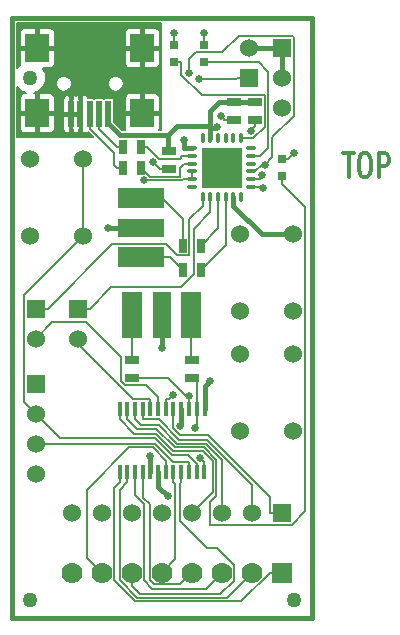
<source format=gtl>
G04 (created by PCBNEW-RS274X (2012-01-19 BZR 3256)-stable) date 9/17/2012 8:45:25 AM*
G01*
G70*
G90*
%MOIN*%
G04 Gerber Fmt 3.4, Leading zero omitted, Abs format*
%FSLAX34Y34*%
G04 APERTURE LIST*
%ADD10C,0.006000*%
%ADD11C,0.012000*%
%ADD12C,0.015000*%
%ADD13R,0.137800X0.137800*%
%ADD14O,0.039400X0.011800*%
%ADD15O,0.011800X0.039400*%
%ADD16R,0.079000X0.098000*%
%ADD17R,0.020000X0.091000*%
%ADD18C,0.060000*%
%ADD19R,0.016000X0.050000*%
%ADD20R,0.045000X0.025000*%
%ADD21R,0.025000X0.045000*%
%ADD22R,0.031400X0.031400*%
%ADD23R,0.060000X0.060000*%
%ADD24R,0.066900X0.157500*%
%ADD25R,0.059100X0.157500*%
%ADD26R,0.157500X0.066900*%
%ADD27R,0.157500X0.059100*%
%ADD28C,0.050000*%
%ADD29C,0.070000*%
%ADD30R,0.070000X0.070000*%
%ADD31C,0.025000*%
G04 APERTURE END LIST*
G54D10*
G54D11*
X71057Y-34524D02*
X71400Y-34524D01*
X71229Y-35324D02*
X71229Y-34524D01*
X71714Y-34524D02*
X71828Y-34524D01*
X71886Y-34562D01*
X71943Y-34638D01*
X71971Y-34790D01*
X71971Y-35057D01*
X71943Y-35210D01*
X71886Y-35286D01*
X71828Y-35324D01*
X71714Y-35324D01*
X71657Y-35286D01*
X71600Y-35210D01*
X71571Y-35057D01*
X71571Y-34790D01*
X71600Y-34638D01*
X71657Y-34562D01*
X71714Y-34524D01*
X72229Y-35324D02*
X72229Y-34524D01*
X72457Y-34524D01*
X72515Y-34562D01*
X72543Y-34600D01*
X72572Y-34676D01*
X72572Y-34790D01*
X72543Y-34867D01*
X72515Y-34905D01*
X72457Y-34943D01*
X72229Y-34943D01*
G54D12*
X60000Y-50000D02*
X70000Y-50000D01*
X60000Y-30000D02*
X60000Y-50000D01*
X70000Y-30000D02*
X60000Y-30000D01*
X70000Y-30000D02*
X70000Y-50000D01*
G54D13*
X67000Y-35000D03*
G54D14*
X67986Y-35640D03*
X67984Y-35384D03*
X67984Y-35128D03*
X67984Y-34872D03*
X67984Y-34616D03*
X67984Y-34360D03*
G54D15*
X67640Y-34016D03*
X67384Y-34016D03*
X67128Y-34016D03*
X66872Y-34016D03*
X66616Y-34016D03*
X66360Y-34016D03*
G54D14*
X66016Y-34360D03*
X66016Y-34616D03*
X66016Y-34872D03*
X66016Y-35128D03*
X66016Y-35384D03*
X66016Y-35640D03*
G54D15*
X66360Y-35984D03*
X66616Y-35984D03*
X66872Y-35984D03*
X67128Y-35984D03*
X67384Y-35984D03*
X67640Y-35984D03*
G54D16*
X64350Y-31020D03*
X60850Y-31020D03*
X60850Y-33190D03*
G54D17*
X63220Y-33225D03*
X61980Y-33225D03*
X62290Y-33225D03*
X62910Y-33225D03*
X62600Y-33225D03*
G54D16*
X64350Y-33190D03*
G54D18*
X67615Y-39780D03*
X67615Y-37220D03*
X69385Y-39780D03*
X69385Y-37220D03*
X62385Y-34720D03*
X62385Y-37280D03*
X60615Y-34720D03*
X60615Y-37280D03*
X67615Y-43780D03*
X67615Y-41220D03*
X69385Y-43780D03*
X69385Y-41220D03*
G54D19*
X63600Y-45150D03*
X63850Y-45150D03*
X64110Y-45150D03*
X64370Y-45150D03*
X64620Y-45150D03*
X64880Y-45150D03*
X65140Y-45150D03*
X65390Y-45150D03*
X65650Y-45150D03*
X65900Y-45150D03*
X66160Y-45150D03*
X66420Y-45150D03*
X66430Y-43050D03*
X66160Y-43050D03*
X65900Y-43050D03*
X65650Y-43050D03*
X65390Y-43050D03*
X65140Y-43050D03*
X64880Y-43050D03*
X64620Y-43050D03*
X64370Y-43050D03*
X64110Y-43050D03*
X63850Y-43050D03*
X63600Y-43050D03*
G54D20*
X68100Y-33400D03*
X68100Y-32800D03*
X67400Y-33400D03*
X67400Y-32800D03*
X65250Y-35050D03*
X65250Y-34450D03*
G54D21*
X65700Y-37600D03*
X66300Y-37600D03*
X65700Y-38400D03*
X66300Y-38400D03*
X63700Y-35000D03*
X64300Y-35000D03*
X63700Y-34300D03*
X64300Y-34300D03*
G54D20*
X64000Y-41400D03*
X64000Y-42000D03*
X66000Y-41400D03*
X66000Y-42000D03*
G54D22*
X69000Y-35295D03*
X69000Y-34705D03*
X65400Y-31495D03*
X65400Y-30905D03*
X66400Y-31495D03*
X66400Y-30905D03*
G54D18*
X63000Y-46500D03*
X64000Y-46500D03*
X62000Y-46500D03*
X65000Y-46500D03*
X66000Y-46500D03*
G54D23*
X69000Y-46500D03*
G54D18*
X68000Y-46500D03*
X67000Y-46500D03*
G54D23*
X69000Y-31000D03*
G54D18*
X69000Y-32000D03*
X69000Y-33000D03*
G54D23*
X62200Y-39700D03*
G54D18*
X62200Y-40700D03*
G54D23*
X60800Y-39700D03*
G54D18*
X60800Y-40700D03*
G54D23*
X67900Y-32000D03*
G54D18*
X67900Y-31000D03*
G54D24*
X65984Y-39900D03*
G54D25*
X65000Y-39900D03*
G54D24*
X64016Y-39900D03*
G54D26*
X64300Y-36016D03*
G54D27*
X64300Y-37000D03*
G54D26*
X64300Y-37984D03*
G54D18*
X60800Y-45200D03*
G54D23*
X60800Y-42200D03*
G54D18*
X60800Y-43200D03*
X60800Y-44200D03*
G54D28*
X60600Y-49400D03*
X60600Y-32000D03*
X69400Y-49400D03*
G54D29*
X63000Y-48500D03*
X64000Y-48500D03*
X62000Y-48500D03*
X65000Y-48500D03*
X66000Y-48500D03*
G54D30*
X69000Y-48500D03*
G54D29*
X68000Y-48500D03*
X67000Y-48500D03*
G54D31*
X66835Y-33631D03*
X65000Y-41000D03*
X65200Y-45950D03*
X63200Y-37000D03*
X66600Y-42100D03*
X62500Y-31500D03*
X62000Y-31000D03*
X64500Y-32000D03*
X62500Y-30500D03*
X63000Y-31000D03*
X65726Y-34095D03*
X64300Y-36100D03*
X64100Y-39900D03*
X65900Y-39900D03*
X66286Y-44687D03*
X69400Y-34500D03*
X68430Y-34897D03*
X65911Y-31852D03*
X64702Y-34819D03*
X68379Y-35679D03*
X67967Y-33764D03*
X65370Y-42591D03*
X65400Y-30500D03*
X66400Y-30500D03*
X64300Y-37900D03*
X64414Y-35425D03*
X66224Y-32041D03*
X66983Y-33290D03*
X68347Y-35255D03*
X65600Y-43600D03*
X64600Y-44600D03*
X66108Y-43690D03*
X65900Y-42612D03*
G54D12*
X66600Y-33100D02*
X66900Y-32800D01*
X66900Y-32800D02*
X67400Y-32800D01*
X65200Y-34400D02*
X65250Y-34450D01*
X63220Y-33520D02*
X63600Y-33900D01*
X66600Y-34000D02*
X66616Y-34016D01*
X65500Y-33600D02*
X66600Y-33600D01*
X66600Y-33680D02*
X66600Y-34000D01*
X66600Y-33680D02*
X66786Y-33680D01*
X63600Y-33900D02*
X65200Y-33900D01*
X65200Y-33900D02*
X65500Y-33600D01*
X65200Y-33900D02*
X65200Y-34400D01*
X66600Y-33600D02*
X66600Y-33100D01*
X66600Y-33600D02*
X66600Y-33680D01*
X66786Y-33680D02*
X66835Y-33631D01*
X68100Y-32800D02*
X67400Y-32800D01*
X63220Y-33225D02*
X63220Y-33520D01*
G54D10*
X63850Y-45493D02*
X63597Y-45746D01*
X63597Y-45746D02*
X63597Y-48755D01*
X63850Y-45150D02*
X63850Y-45493D01*
X64174Y-49332D02*
X67168Y-49332D01*
X67168Y-49332D02*
X68000Y-48500D01*
X63597Y-48755D02*
X64174Y-49332D01*
X69000Y-48500D02*
X68607Y-48500D01*
X63600Y-45493D02*
X63405Y-45688D01*
X63405Y-45688D02*
X63405Y-48738D01*
X63600Y-45150D02*
X63600Y-45493D01*
X63405Y-48738D02*
X64122Y-49455D01*
X64122Y-49455D02*
X67652Y-49455D01*
X67652Y-49455D02*
X68607Y-48500D01*
X64370Y-45150D02*
X64370Y-46001D01*
X64596Y-48737D02*
X64752Y-48893D01*
X64596Y-46227D02*
X64596Y-48737D01*
X64370Y-46001D02*
X64596Y-46227D01*
X65607Y-48893D02*
X66000Y-48500D01*
X64752Y-48893D02*
X65607Y-48893D01*
X64667Y-49033D02*
X64394Y-48760D01*
X66467Y-49033D02*
X64667Y-49033D01*
X67000Y-48500D02*
X66467Y-49033D01*
X64394Y-46205D02*
X64110Y-45921D01*
X64110Y-45921D02*
X64110Y-45150D01*
X64394Y-48760D02*
X64394Y-46205D01*
X64270Y-49208D02*
X64000Y-48938D01*
X65606Y-45537D02*
X65606Y-46768D01*
X67394Y-48232D02*
X67394Y-48768D01*
X65650Y-45150D02*
X65650Y-45493D01*
X67394Y-48768D02*
X66954Y-49208D01*
X66506Y-47668D02*
X66830Y-47668D01*
X65606Y-46768D02*
X66506Y-47668D01*
X65650Y-45493D02*
X65606Y-45537D01*
X66830Y-47668D02*
X67394Y-48232D01*
X66954Y-49208D02*
X64270Y-49208D01*
X64000Y-48938D02*
X64000Y-48500D01*
X65438Y-48062D02*
X65000Y-48500D01*
X65438Y-45541D02*
X65438Y-48062D01*
X65390Y-45493D02*
X65438Y-45541D01*
X65390Y-45150D02*
X65390Y-45493D01*
X68607Y-46500D02*
X68607Y-45989D01*
X65390Y-43050D02*
X65390Y-43393D01*
X65379Y-43404D02*
X65390Y-43393D01*
X65379Y-43694D02*
X65379Y-43404D01*
X65602Y-43917D02*
X65379Y-43694D01*
X66535Y-43917D02*
X65602Y-43917D01*
X68607Y-45989D02*
X66535Y-43917D01*
X69000Y-46500D02*
X68607Y-46500D01*
X64895Y-43393D02*
X64370Y-43393D01*
X65583Y-44081D02*
X64895Y-43393D01*
X66509Y-44081D02*
X65583Y-44081D01*
X68000Y-45572D02*
X66509Y-44081D01*
X68000Y-46500D02*
X68000Y-45572D01*
X64370Y-43050D02*
X64370Y-43393D01*
X64301Y-43584D02*
X64110Y-43393D01*
X64110Y-43050D02*
X64110Y-43393D01*
X67000Y-46500D02*
X67000Y-44747D01*
X67000Y-44747D02*
X66458Y-44205D01*
X66458Y-44205D02*
X65515Y-44205D01*
X65515Y-44205D02*
X64894Y-43584D01*
X64894Y-43584D02*
X64301Y-43584D01*
X66000Y-46500D02*
X66693Y-45807D01*
X63600Y-43050D02*
X63600Y-43393D01*
X64073Y-43866D02*
X63600Y-43393D01*
X64802Y-43866D02*
X64073Y-43866D01*
X65387Y-44451D02*
X64802Y-43866D01*
X66358Y-44451D02*
X65387Y-44451D01*
X66693Y-44786D02*
X66358Y-44451D01*
X66693Y-45807D02*
X66693Y-44786D01*
X67128Y-37572D02*
X67128Y-35984D01*
X66300Y-38400D02*
X67128Y-37572D01*
G54D12*
X64300Y-37000D02*
X63200Y-37000D01*
X62500Y-31000D02*
X62500Y-30500D01*
X64880Y-45150D02*
X64880Y-45630D01*
X63000Y-31000D02*
X62500Y-31000D01*
X64880Y-45630D02*
X65200Y-45950D01*
X62500Y-31000D02*
X62000Y-31000D01*
X64350Y-31850D02*
X64500Y-32000D01*
X68330Y-37220D02*
X67384Y-36274D01*
X61980Y-33190D02*
X61980Y-33018D01*
G54D10*
X61980Y-33225D02*
X61980Y-33190D01*
G54D12*
X66430Y-43050D02*
X66430Y-42270D01*
X66016Y-34360D02*
X65726Y-34360D01*
X62500Y-31000D02*
X62500Y-31500D01*
X64350Y-31020D02*
X64350Y-31850D01*
X64350Y-31020D02*
X63020Y-31020D01*
X65726Y-34095D02*
X65726Y-34360D01*
X67384Y-35984D02*
X67384Y-36274D01*
X66430Y-42270D02*
X66600Y-42100D01*
X65000Y-39900D02*
X65000Y-41000D01*
X63020Y-31020D02*
X63000Y-31000D01*
X69385Y-37220D02*
X68330Y-37220D01*
G54D10*
X66058Y-38558D02*
X66058Y-37048D01*
X62593Y-39700D02*
X63318Y-38975D01*
X62200Y-39700D02*
X62593Y-39700D01*
X66058Y-37048D02*
X66616Y-36490D01*
X66616Y-36490D02*
X66616Y-35984D01*
X65641Y-38975D02*
X66058Y-38558D01*
X63318Y-38975D02*
X65641Y-38975D01*
X65600Y-35000D02*
X65600Y-35300D01*
X64600Y-35300D02*
X64300Y-35000D01*
X65600Y-35300D02*
X64600Y-35300D01*
X65728Y-34872D02*
X65600Y-35000D01*
X66016Y-34872D02*
X65728Y-34872D01*
X64300Y-36100D02*
X64300Y-36016D01*
X65016Y-36016D02*
X65700Y-36700D01*
X65700Y-36700D02*
X65700Y-37600D01*
X64300Y-36016D02*
X65016Y-36016D01*
X64016Y-39900D02*
X64016Y-41384D01*
X64016Y-41384D02*
X64000Y-41400D01*
X64100Y-39900D02*
X64016Y-39900D01*
X65984Y-41384D02*
X66000Y-41400D01*
X65984Y-39900D02*
X65984Y-41384D01*
X65900Y-39900D02*
X65984Y-39900D01*
X62600Y-33700D02*
X63400Y-34500D01*
X63400Y-34500D02*
X63400Y-34900D01*
X63400Y-34900D02*
X63500Y-35000D01*
X63500Y-35000D02*
X63700Y-35000D01*
X62600Y-33225D02*
X62600Y-33700D01*
X65600Y-34700D02*
X64900Y-34700D01*
X64900Y-34700D02*
X64500Y-34300D01*
X64500Y-34300D02*
X64300Y-34300D01*
X66016Y-34616D02*
X65684Y-34616D01*
X65684Y-34616D02*
X65600Y-34700D01*
X62910Y-33710D02*
X63500Y-34300D01*
X62910Y-33225D02*
X62910Y-33710D01*
X63500Y-34300D02*
X63700Y-34300D01*
X66420Y-45150D02*
X66420Y-44807D01*
X66286Y-44687D02*
X66406Y-44807D01*
X66406Y-44807D02*
X66420Y-44807D01*
X69000Y-34705D02*
X69195Y-34705D01*
X69195Y-34705D02*
X69400Y-34500D01*
X65650Y-31495D02*
X65650Y-31898D01*
X68410Y-32578D02*
X68426Y-32594D01*
X65400Y-31495D02*
X65650Y-31495D01*
X68050Y-34016D02*
X67640Y-34016D01*
X68426Y-33640D02*
X68050Y-34016D01*
X68426Y-32594D02*
X68426Y-33640D01*
X66330Y-32578D02*
X68410Y-32578D01*
X65650Y-31898D02*
X66330Y-32578D01*
X69394Y-33268D02*
X69394Y-30662D01*
X68674Y-34653D02*
X68674Y-33988D01*
X67564Y-30606D02*
X67014Y-31156D01*
X69394Y-30662D02*
X69338Y-30606D01*
X65911Y-31394D02*
X65911Y-31852D01*
X64932Y-35050D02*
X64932Y-35049D01*
X65250Y-35050D02*
X64932Y-35050D01*
X64932Y-35049D02*
X64702Y-34819D01*
X69338Y-30606D02*
X67564Y-30606D01*
X68430Y-34897D02*
X68674Y-34653D01*
X68354Y-34897D02*
X68430Y-34897D01*
X66149Y-31156D02*
X65911Y-31394D01*
X68674Y-33988D02*
X69394Y-33268D01*
X68123Y-35128D02*
X68354Y-34897D01*
X67014Y-31156D02*
X66149Y-31156D01*
X67984Y-35128D02*
X68123Y-35128D01*
X68315Y-35679D02*
X68379Y-35679D01*
X68276Y-35640D02*
X68315Y-35679D01*
X67967Y-33751D02*
X68100Y-33618D01*
X67967Y-33764D02*
X67967Y-33751D01*
X68100Y-33400D02*
X68100Y-33618D01*
X67986Y-35640D02*
X68276Y-35640D01*
X65390Y-44807D02*
X65900Y-44807D01*
X64782Y-44199D02*
X65390Y-44807D01*
X60800Y-44200D02*
X60801Y-44199D01*
X65900Y-45150D02*
X65900Y-44807D01*
X60801Y-44199D02*
X64782Y-44199D01*
X61345Y-40155D02*
X62463Y-40155D01*
X60800Y-40700D02*
X61345Y-40155D01*
X62463Y-40155D02*
X63628Y-41320D01*
X63628Y-41320D02*
X63628Y-42125D01*
X64478Y-42256D02*
X64880Y-42658D01*
X64880Y-42658D02*
X64880Y-43050D01*
X63628Y-42125D02*
X63759Y-42256D01*
X63759Y-42256D02*
X64478Y-42256D01*
X65370Y-42591D02*
X65254Y-42707D01*
X65254Y-42707D02*
X65140Y-42707D01*
X65140Y-43050D02*
X65140Y-42707D01*
X66408Y-44328D02*
X65437Y-44328D01*
X69324Y-46908D02*
X66613Y-46908D01*
X66597Y-46892D02*
X66597Y-46150D01*
X64163Y-43707D02*
X63850Y-43394D01*
X69779Y-46453D02*
X69324Y-46908D01*
X66816Y-45931D02*
X66816Y-44736D01*
X66613Y-46908D02*
X66597Y-46892D01*
X69779Y-36324D02*
X69779Y-46453D01*
X66816Y-44736D02*
X66408Y-44328D01*
X69000Y-35295D02*
X69000Y-35545D01*
X69000Y-35545D02*
X69779Y-36324D01*
X63850Y-43394D02*
X63850Y-43050D01*
X64816Y-43707D02*
X64163Y-43707D01*
X66597Y-46150D02*
X66816Y-45931D01*
X65437Y-44328D02*
X64816Y-43707D01*
X65400Y-30905D02*
X65400Y-30500D01*
X66400Y-30500D02*
X66400Y-30905D01*
X68550Y-34340D02*
X68274Y-34616D01*
X68550Y-31800D02*
X68550Y-34340D01*
X68245Y-31495D02*
X68550Y-31800D01*
X66400Y-31495D02*
X68245Y-31495D01*
X67984Y-34616D02*
X68274Y-34616D01*
X65140Y-44767D02*
X64695Y-44322D01*
X62501Y-48001D02*
X63000Y-48500D01*
X62501Y-45733D02*
X62501Y-48001D01*
X64695Y-44322D02*
X63912Y-44322D01*
X65140Y-45150D02*
X65140Y-44767D01*
X63912Y-44322D02*
X62501Y-45733D01*
X66360Y-35984D02*
X66360Y-36274D01*
X63337Y-37556D02*
X61193Y-39700D01*
X66360Y-36274D02*
X65918Y-36716D01*
X65494Y-37919D02*
X65131Y-37556D01*
X60800Y-39700D02*
X61193Y-39700D01*
X65131Y-37556D02*
X63337Y-37556D01*
X65918Y-36716D02*
X65918Y-37903D01*
X65902Y-37919D02*
X65494Y-37919D01*
X65918Y-37903D02*
X65902Y-37919D01*
X64300Y-37900D02*
X64300Y-37984D01*
X65284Y-37984D02*
X65700Y-38400D01*
X64300Y-37984D02*
X65284Y-37984D01*
X62200Y-40873D02*
X62200Y-40700D01*
X64034Y-42707D02*
X62200Y-40873D01*
X64620Y-42707D02*
X64034Y-42707D01*
X64620Y-43050D02*
X64620Y-42707D01*
X60800Y-43200D02*
X61619Y-44019D01*
X60406Y-39259D02*
X62385Y-37280D01*
X60406Y-42806D02*
X60406Y-39259D01*
X61619Y-44019D02*
X64777Y-44019D01*
X66160Y-44870D02*
X66160Y-45150D01*
X60800Y-43200D02*
X60406Y-42806D01*
X65342Y-44584D02*
X65874Y-44584D01*
X64777Y-44019D02*
X65342Y-44584D01*
X62385Y-37280D02*
X62385Y-34720D01*
X65874Y-44584D02*
X66160Y-44870D01*
X67466Y-32041D02*
X66224Y-32041D01*
X67507Y-32000D02*
X67466Y-32041D01*
X66016Y-35384D02*
X65726Y-35384D01*
X66016Y-35384D02*
X66016Y-35128D01*
X65685Y-35425D02*
X65726Y-35384D01*
X64414Y-35425D02*
X65685Y-35425D01*
X67900Y-32000D02*
X67507Y-32000D01*
X67400Y-33400D02*
X67082Y-33400D01*
X68274Y-35384D02*
X68274Y-35328D01*
X67082Y-33389D02*
X67082Y-33400D01*
X66983Y-33290D02*
X67082Y-33389D01*
X68274Y-35328D02*
X68347Y-35255D01*
X67984Y-35384D02*
X68274Y-35384D01*
G54D12*
X65650Y-43550D02*
X65650Y-43050D01*
X64620Y-44620D02*
X64620Y-45150D01*
X69000Y-32000D02*
X69000Y-31000D01*
X65600Y-43600D02*
X65650Y-43550D01*
X64600Y-44600D02*
X64620Y-44620D01*
X67900Y-31000D02*
X69000Y-31000D01*
G54D10*
X66160Y-43050D02*
X66160Y-43638D01*
X66160Y-42160D02*
X66000Y-42000D01*
X66160Y-43638D02*
X66108Y-43690D01*
X66160Y-43050D02*
X66160Y-42160D01*
X65900Y-43050D02*
X65900Y-42700D01*
X65200Y-42000D02*
X64000Y-42000D01*
X65900Y-42700D02*
X65900Y-42612D01*
X65900Y-42700D02*
X65200Y-42000D01*
X66872Y-37028D02*
X66300Y-37600D01*
X66872Y-35984D02*
X66872Y-37028D01*
G36*
X64970Y-33735D02*
X64917Y-33735D01*
X64925Y-33716D01*
X64925Y-33644D01*
X64925Y-33280D01*
X64925Y-33100D01*
X64925Y-32736D01*
X64925Y-32664D01*
X64925Y-31546D01*
X64925Y-31474D01*
X64925Y-31110D01*
X64925Y-30930D01*
X64925Y-30566D01*
X64925Y-30494D01*
X64898Y-30428D01*
X64847Y-30377D01*
X64781Y-30350D01*
X64440Y-30350D01*
X64395Y-30395D01*
X64395Y-30975D01*
X64880Y-30975D01*
X64925Y-30930D01*
X64925Y-31110D01*
X64880Y-31065D01*
X64395Y-31065D01*
X64395Y-31645D01*
X64440Y-31690D01*
X64781Y-31690D01*
X64847Y-31663D01*
X64898Y-31612D01*
X64925Y-31546D01*
X64925Y-32664D01*
X64898Y-32598D01*
X64847Y-32547D01*
X64781Y-32520D01*
X64440Y-32520D01*
X64395Y-32565D01*
X64395Y-33145D01*
X64880Y-33145D01*
X64925Y-33100D01*
X64925Y-33280D01*
X64880Y-33235D01*
X64425Y-33235D01*
X64395Y-33235D01*
X64305Y-33235D01*
X64305Y-33145D01*
X64305Y-32565D01*
X64305Y-31645D01*
X64305Y-31065D01*
X64305Y-30975D01*
X64305Y-30395D01*
X64260Y-30350D01*
X63919Y-30350D01*
X63853Y-30377D01*
X63802Y-30428D01*
X63775Y-30494D01*
X63775Y-30566D01*
X63775Y-30930D01*
X63820Y-30975D01*
X64305Y-30975D01*
X64305Y-31065D01*
X63820Y-31065D01*
X63775Y-31110D01*
X63775Y-31474D01*
X63775Y-31546D01*
X63802Y-31612D01*
X63853Y-31663D01*
X63919Y-31690D01*
X64260Y-31690D01*
X64305Y-31645D01*
X64305Y-32565D01*
X64260Y-32520D01*
X63919Y-32520D01*
X63853Y-32547D01*
X63802Y-32598D01*
X63775Y-32664D01*
X63775Y-32736D01*
X63775Y-33100D01*
X63820Y-33145D01*
X64305Y-33145D01*
X64305Y-33235D01*
X64275Y-33235D01*
X63820Y-33235D01*
X63775Y-33280D01*
X63775Y-33644D01*
X63775Y-33716D01*
X63782Y-33735D01*
X63730Y-33735D01*
X63730Y-32253D01*
X63730Y-32148D01*
X63690Y-32051D01*
X63616Y-31976D01*
X63518Y-31935D01*
X63413Y-31935D01*
X63316Y-31975D01*
X63241Y-32049D01*
X63200Y-32147D01*
X63200Y-32252D01*
X63240Y-32349D01*
X63314Y-32424D01*
X63412Y-32465D01*
X63517Y-32465D01*
X63614Y-32425D01*
X63689Y-32351D01*
X63730Y-32253D01*
X63730Y-33735D01*
X63668Y-33735D01*
X63409Y-33475D01*
X63409Y-32752D01*
X63395Y-32719D01*
X63370Y-32694D01*
X63337Y-32681D01*
X63302Y-32681D01*
X63102Y-32681D01*
X63069Y-32695D01*
X63065Y-32699D01*
X63060Y-32694D01*
X63027Y-32681D01*
X62992Y-32681D01*
X62792Y-32681D01*
X62759Y-32695D01*
X62755Y-32699D01*
X62750Y-32694D01*
X62717Y-32681D01*
X62682Y-32681D01*
X62548Y-32681D01*
X62543Y-32668D01*
X62492Y-32617D01*
X62426Y-32590D01*
X62380Y-32590D01*
X62335Y-32635D01*
X62335Y-33150D01*
X62335Y-33180D01*
X62335Y-33270D01*
X62335Y-33300D01*
X62335Y-33815D01*
X62380Y-33860D01*
X62426Y-33860D01*
X62492Y-33833D01*
X62527Y-33797D01*
X62700Y-33970D01*
X62260Y-33970D01*
X62260Y-33716D01*
X62260Y-33644D01*
X62260Y-33315D01*
X62260Y-33135D01*
X62260Y-32806D01*
X62260Y-32734D01*
X62245Y-32697D01*
X62245Y-32635D01*
X62200Y-32590D01*
X62154Y-32590D01*
X62135Y-32597D01*
X62116Y-32590D01*
X62070Y-32590D01*
X62025Y-32635D01*
X62025Y-32697D01*
X62010Y-32734D01*
X62010Y-32806D01*
X62010Y-33135D01*
X62025Y-33150D01*
X62025Y-33180D01*
X62055Y-33180D01*
X62215Y-33180D01*
X62245Y-33180D01*
X62245Y-33150D01*
X62260Y-33135D01*
X62260Y-33315D01*
X62245Y-33300D01*
X62245Y-33270D01*
X62215Y-33270D01*
X62055Y-33270D01*
X62025Y-33270D01*
X62025Y-33300D01*
X62010Y-33315D01*
X62010Y-33644D01*
X62010Y-33716D01*
X62025Y-33752D01*
X62025Y-33815D01*
X62070Y-33860D01*
X62116Y-33860D01*
X62135Y-33852D01*
X62154Y-33860D01*
X62200Y-33860D01*
X62245Y-33815D01*
X62245Y-33752D01*
X62260Y-33716D01*
X62260Y-33970D01*
X62000Y-33970D01*
X62000Y-32253D01*
X62000Y-32148D01*
X61960Y-32051D01*
X61886Y-31976D01*
X61788Y-31935D01*
X61683Y-31935D01*
X61586Y-31975D01*
X61511Y-32049D01*
X61470Y-32147D01*
X61470Y-32252D01*
X61510Y-32349D01*
X61584Y-32424D01*
X61682Y-32465D01*
X61787Y-32465D01*
X61884Y-32425D01*
X61959Y-32351D01*
X62000Y-32253D01*
X62000Y-33970D01*
X61935Y-33970D01*
X61935Y-33815D01*
X61935Y-33270D01*
X61935Y-33180D01*
X61935Y-32635D01*
X61890Y-32590D01*
X61844Y-32590D01*
X61778Y-32617D01*
X61727Y-32668D01*
X61700Y-32734D01*
X61700Y-32806D01*
X61700Y-33135D01*
X61745Y-33180D01*
X61935Y-33180D01*
X61935Y-33270D01*
X61745Y-33270D01*
X61700Y-33315D01*
X61700Y-33644D01*
X61700Y-33716D01*
X61727Y-33782D01*
X61778Y-33833D01*
X61844Y-33860D01*
X61890Y-33860D01*
X61935Y-33815D01*
X61935Y-33970D01*
X61425Y-33970D01*
X61425Y-33716D01*
X61425Y-33644D01*
X61425Y-33280D01*
X61425Y-33100D01*
X61425Y-32736D01*
X61425Y-32664D01*
X61398Y-32598D01*
X61347Y-32547D01*
X61281Y-32520D01*
X60940Y-32520D01*
X60895Y-32565D01*
X60895Y-33145D01*
X61380Y-33145D01*
X61425Y-33100D01*
X61425Y-33280D01*
X61380Y-33235D01*
X60895Y-33235D01*
X60895Y-33815D01*
X60940Y-33860D01*
X61281Y-33860D01*
X61347Y-33833D01*
X61398Y-33782D01*
X61425Y-33716D01*
X61425Y-33970D01*
X60805Y-33970D01*
X60805Y-33815D01*
X60805Y-33235D01*
X60320Y-33235D01*
X60275Y-33280D01*
X60275Y-33644D01*
X60275Y-33716D01*
X60302Y-33782D01*
X60353Y-33833D01*
X60419Y-33860D01*
X60760Y-33860D01*
X60805Y-33815D01*
X60805Y-33970D01*
X60165Y-33970D01*
X60165Y-32314D01*
X60299Y-32449D01*
X60469Y-32520D01*
X60419Y-32520D01*
X60353Y-32547D01*
X60302Y-32598D01*
X60275Y-32664D01*
X60275Y-32736D01*
X60275Y-33100D01*
X60320Y-33145D01*
X60805Y-33145D01*
X60805Y-32565D01*
X60760Y-32520D01*
X60729Y-32520D01*
X60900Y-32449D01*
X61049Y-32301D01*
X61130Y-32106D01*
X61130Y-31895D01*
X61049Y-31700D01*
X61039Y-31690D01*
X61281Y-31690D01*
X61347Y-31663D01*
X61398Y-31612D01*
X61425Y-31546D01*
X61425Y-31474D01*
X61425Y-31110D01*
X61425Y-30930D01*
X61425Y-30566D01*
X61425Y-30494D01*
X61398Y-30428D01*
X61347Y-30377D01*
X61281Y-30350D01*
X60940Y-30350D01*
X60895Y-30395D01*
X60895Y-30975D01*
X61380Y-30975D01*
X61425Y-30930D01*
X61425Y-31110D01*
X61380Y-31065D01*
X60925Y-31065D01*
X60895Y-31065D01*
X60805Y-31065D01*
X60805Y-30975D01*
X60805Y-30395D01*
X60760Y-30350D01*
X60419Y-30350D01*
X60353Y-30377D01*
X60302Y-30428D01*
X60275Y-30494D01*
X60275Y-30566D01*
X60275Y-30930D01*
X60320Y-30975D01*
X60805Y-30975D01*
X60805Y-31065D01*
X60775Y-31065D01*
X60320Y-31065D01*
X60275Y-31110D01*
X60275Y-31474D01*
X60275Y-31546D01*
X60283Y-31567D01*
X60165Y-31685D01*
X60165Y-30165D01*
X64970Y-30165D01*
X64970Y-33735D01*
X64970Y-33735D01*
G37*
X64970Y-33735D02*
X64917Y-33735D01*
X64925Y-33716D01*
X64925Y-33644D01*
X64925Y-33280D01*
X64925Y-33100D01*
X64925Y-32736D01*
X64925Y-32664D01*
X64925Y-31546D01*
X64925Y-31474D01*
X64925Y-31110D01*
X64925Y-30930D01*
X64925Y-30566D01*
X64925Y-30494D01*
X64898Y-30428D01*
X64847Y-30377D01*
X64781Y-30350D01*
X64440Y-30350D01*
X64395Y-30395D01*
X64395Y-30975D01*
X64880Y-30975D01*
X64925Y-30930D01*
X64925Y-31110D01*
X64880Y-31065D01*
X64395Y-31065D01*
X64395Y-31645D01*
X64440Y-31690D01*
X64781Y-31690D01*
X64847Y-31663D01*
X64898Y-31612D01*
X64925Y-31546D01*
X64925Y-32664D01*
X64898Y-32598D01*
X64847Y-32547D01*
X64781Y-32520D01*
X64440Y-32520D01*
X64395Y-32565D01*
X64395Y-33145D01*
X64880Y-33145D01*
X64925Y-33100D01*
X64925Y-33280D01*
X64880Y-33235D01*
X64425Y-33235D01*
X64395Y-33235D01*
X64305Y-33235D01*
X64305Y-33145D01*
X64305Y-32565D01*
X64305Y-31645D01*
X64305Y-31065D01*
X64305Y-30975D01*
X64305Y-30395D01*
X64260Y-30350D01*
X63919Y-30350D01*
X63853Y-30377D01*
X63802Y-30428D01*
X63775Y-30494D01*
X63775Y-30566D01*
X63775Y-30930D01*
X63820Y-30975D01*
X64305Y-30975D01*
X64305Y-31065D01*
X63820Y-31065D01*
X63775Y-31110D01*
X63775Y-31474D01*
X63775Y-31546D01*
X63802Y-31612D01*
X63853Y-31663D01*
X63919Y-31690D01*
X64260Y-31690D01*
X64305Y-31645D01*
X64305Y-32565D01*
X64260Y-32520D01*
X63919Y-32520D01*
X63853Y-32547D01*
X63802Y-32598D01*
X63775Y-32664D01*
X63775Y-32736D01*
X63775Y-33100D01*
X63820Y-33145D01*
X64305Y-33145D01*
X64305Y-33235D01*
X64275Y-33235D01*
X63820Y-33235D01*
X63775Y-33280D01*
X63775Y-33644D01*
X63775Y-33716D01*
X63782Y-33735D01*
X63730Y-33735D01*
X63730Y-32253D01*
X63730Y-32148D01*
X63690Y-32051D01*
X63616Y-31976D01*
X63518Y-31935D01*
X63413Y-31935D01*
X63316Y-31975D01*
X63241Y-32049D01*
X63200Y-32147D01*
X63200Y-32252D01*
X63240Y-32349D01*
X63314Y-32424D01*
X63412Y-32465D01*
X63517Y-32465D01*
X63614Y-32425D01*
X63689Y-32351D01*
X63730Y-32253D01*
X63730Y-33735D01*
X63668Y-33735D01*
X63409Y-33475D01*
X63409Y-32752D01*
X63395Y-32719D01*
X63370Y-32694D01*
X63337Y-32681D01*
X63302Y-32681D01*
X63102Y-32681D01*
X63069Y-32695D01*
X63065Y-32699D01*
X63060Y-32694D01*
X63027Y-32681D01*
X62992Y-32681D01*
X62792Y-32681D01*
X62759Y-32695D01*
X62755Y-32699D01*
X62750Y-32694D01*
X62717Y-32681D01*
X62682Y-32681D01*
X62548Y-32681D01*
X62543Y-32668D01*
X62492Y-32617D01*
X62426Y-32590D01*
X62380Y-32590D01*
X62335Y-32635D01*
X62335Y-33150D01*
X62335Y-33180D01*
X62335Y-33270D01*
X62335Y-33300D01*
X62335Y-33815D01*
X62380Y-33860D01*
X62426Y-33860D01*
X62492Y-33833D01*
X62527Y-33797D01*
X62700Y-33970D01*
X62260Y-33970D01*
X62260Y-33716D01*
X62260Y-33644D01*
X62260Y-33315D01*
X62260Y-33135D01*
X62260Y-32806D01*
X62260Y-32734D01*
X62245Y-32697D01*
X62245Y-32635D01*
X62200Y-32590D01*
X62154Y-32590D01*
X62135Y-32597D01*
X62116Y-32590D01*
X62070Y-32590D01*
X62025Y-32635D01*
X62025Y-32697D01*
X62010Y-32734D01*
X62010Y-32806D01*
X62010Y-33135D01*
X62025Y-33150D01*
X62025Y-33180D01*
X62055Y-33180D01*
X62215Y-33180D01*
X62245Y-33180D01*
X62245Y-33150D01*
X62260Y-33135D01*
X62260Y-33315D01*
X62245Y-33300D01*
X62245Y-33270D01*
X62215Y-33270D01*
X62055Y-33270D01*
X62025Y-33270D01*
X62025Y-33300D01*
X62010Y-33315D01*
X62010Y-33644D01*
X62010Y-33716D01*
X62025Y-33752D01*
X62025Y-33815D01*
X62070Y-33860D01*
X62116Y-33860D01*
X62135Y-33852D01*
X62154Y-33860D01*
X62200Y-33860D01*
X62245Y-33815D01*
X62245Y-33752D01*
X62260Y-33716D01*
X62260Y-33970D01*
X62000Y-33970D01*
X62000Y-32253D01*
X62000Y-32148D01*
X61960Y-32051D01*
X61886Y-31976D01*
X61788Y-31935D01*
X61683Y-31935D01*
X61586Y-31975D01*
X61511Y-32049D01*
X61470Y-32147D01*
X61470Y-32252D01*
X61510Y-32349D01*
X61584Y-32424D01*
X61682Y-32465D01*
X61787Y-32465D01*
X61884Y-32425D01*
X61959Y-32351D01*
X62000Y-32253D01*
X62000Y-33970D01*
X61935Y-33970D01*
X61935Y-33815D01*
X61935Y-33270D01*
X61935Y-33180D01*
X61935Y-32635D01*
X61890Y-32590D01*
X61844Y-32590D01*
X61778Y-32617D01*
X61727Y-32668D01*
X61700Y-32734D01*
X61700Y-32806D01*
X61700Y-33135D01*
X61745Y-33180D01*
X61935Y-33180D01*
X61935Y-33270D01*
X61745Y-33270D01*
X61700Y-33315D01*
X61700Y-33644D01*
X61700Y-33716D01*
X61727Y-33782D01*
X61778Y-33833D01*
X61844Y-33860D01*
X61890Y-33860D01*
X61935Y-33815D01*
X61935Y-33970D01*
X61425Y-33970D01*
X61425Y-33716D01*
X61425Y-33644D01*
X61425Y-33280D01*
X61425Y-33100D01*
X61425Y-32736D01*
X61425Y-32664D01*
X61398Y-32598D01*
X61347Y-32547D01*
X61281Y-32520D01*
X60940Y-32520D01*
X60895Y-32565D01*
X60895Y-33145D01*
X61380Y-33145D01*
X61425Y-33100D01*
X61425Y-33280D01*
X61380Y-33235D01*
X60895Y-33235D01*
X60895Y-33815D01*
X60940Y-33860D01*
X61281Y-33860D01*
X61347Y-33833D01*
X61398Y-33782D01*
X61425Y-33716D01*
X61425Y-33970D01*
X60805Y-33970D01*
X60805Y-33815D01*
X60805Y-33235D01*
X60320Y-33235D01*
X60275Y-33280D01*
X60275Y-33644D01*
X60275Y-33716D01*
X60302Y-33782D01*
X60353Y-33833D01*
X60419Y-33860D01*
X60760Y-33860D01*
X60805Y-33815D01*
X60805Y-33970D01*
X60165Y-33970D01*
X60165Y-32314D01*
X60299Y-32449D01*
X60469Y-32520D01*
X60419Y-32520D01*
X60353Y-32547D01*
X60302Y-32598D01*
X60275Y-32664D01*
X60275Y-32736D01*
X60275Y-33100D01*
X60320Y-33145D01*
X60805Y-33145D01*
X60805Y-32565D01*
X60760Y-32520D01*
X60729Y-32520D01*
X60900Y-32449D01*
X61049Y-32301D01*
X61130Y-32106D01*
X61130Y-31895D01*
X61049Y-31700D01*
X61039Y-31690D01*
X61281Y-31690D01*
X61347Y-31663D01*
X61398Y-31612D01*
X61425Y-31546D01*
X61425Y-31474D01*
X61425Y-31110D01*
X61425Y-30930D01*
X61425Y-30566D01*
X61425Y-30494D01*
X61398Y-30428D01*
X61347Y-30377D01*
X61281Y-30350D01*
X60940Y-30350D01*
X60895Y-30395D01*
X60895Y-30975D01*
X61380Y-30975D01*
X61425Y-30930D01*
X61425Y-31110D01*
X61380Y-31065D01*
X60925Y-31065D01*
X60895Y-31065D01*
X60805Y-31065D01*
X60805Y-30975D01*
X60805Y-30395D01*
X60760Y-30350D01*
X60419Y-30350D01*
X60353Y-30377D01*
X60302Y-30428D01*
X60275Y-30494D01*
X60275Y-30566D01*
X60275Y-30930D01*
X60320Y-30975D01*
X60805Y-30975D01*
X60805Y-31065D01*
X60775Y-31065D01*
X60320Y-31065D01*
X60275Y-31110D01*
X60275Y-31474D01*
X60275Y-31546D01*
X60283Y-31567D01*
X60165Y-31685D01*
X60165Y-30165D01*
X64970Y-30165D01*
X64970Y-33735D01*
M02*

</source>
